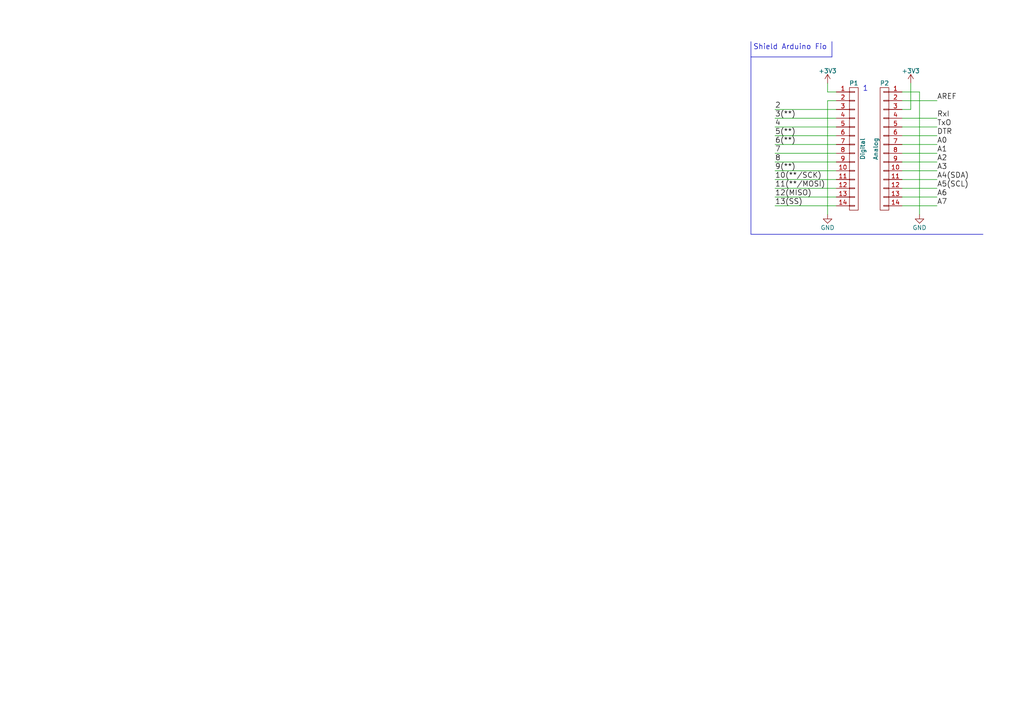
<source format=kicad_sch>
(kicad_sch (version 20230121) (generator eeschema)
  (paper "A4")
  (title_block (date "sam. 04 avril 2015"))
  (lib_symbols
    (symbol "Arduino_Fio-rescue:+3.3V" (power) (pin_names (offset 0))
      (property "Value" "+3.3V" (at 0 3.556 0))
      (symbol "+3.3V_0_1"
        (polyline (pts (xy -0.762 1.27) (xy 0 2.54)))
        (polyline (pts (xy 0 0) (xy 0 2.54)))
        (polyline (pts (xy 0 2.54) (xy 0.762 1.27)))
      )
      (symbol "+3.3V_1_1"
        (pin power_in line (at 0 0 90) (length 0) hide (name "+3V3") (number "1"))
      )
    )
    (symbol "Arduino_Fio-rescue:CONN_01X14" (pin_names (offset 1.016) hide)
      (property "Reference" "P" (at 0 19.05 0))
      (property "Value" "CONN_01X14" (at 2.54 0 90))
      (symbol "CONN_01X14_0_1"
        (rectangle (start -1.27 -16.383) (end 0.254 -16.637))
        (rectangle (start -1.27 -13.843) (end 0.254 -14.097))
        (rectangle (start -1.27 -11.303) (end 0.254 -11.557))
        (rectangle (start -1.27 -8.763) (end 0.254 -9.017))
        (rectangle (start -1.27 -6.223) (end 0.254 -6.477))
        (rectangle (start -1.27 -3.683) (end 0.254 -3.937))
        (rectangle (start -1.27 -1.143) (end 0.254 -1.397))
        (rectangle (start -1.27 1.397) (end 0.254 1.143))
        (rectangle (start -1.27 3.937) (end 0.254 3.683))
        (rectangle (start -1.27 6.477) (end 0.254 6.223))
        (rectangle (start -1.27 9.017) (end 0.254 8.763))
        (rectangle (start -1.27 11.557) (end 0.254 11.303))
        (rectangle (start -1.27 14.097) (end 0.254 13.843))
        (rectangle (start -1.27 16.637) (end 0.254 16.383))
        (rectangle (start -1.27 17.78) (end 1.27 -17.78))
      )
      (symbol "CONN_01X14_1_1"
        (pin passive line (at -5.08 16.51 0) (length 3.81) (name "P1") (number "1"))
        (pin passive line (at -5.08 -6.35 0) (length 3.81) (name "P10") (number "10"))
        (pin passive line (at -5.08 -8.89 0) (length 3.81) (name "P11") (number "11"))
        (pin passive line (at -5.08 -11.43 0) (length 3.81) (name "P12") (number "12"))
        (pin passive line (at -5.08 -13.97 0) (length 3.81) (name "P13") (number "13"))
        (pin passive line (at -5.08 -16.51 0) (length 3.81) (name "P14") (number "14"))
        (pin passive line (at -5.08 13.97 0) (length 3.81) (name "P2") (number "2"))
        (pin passive line (at -5.08 11.43 0) (length 3.81) (name "P3") (number "3"))
        (pin passive line (at -5.08 8.89 0) (length 3.81) (name "P4") (number "4"))
        (pin passive line (at -5.08 6.35 0) (length 3.81) (name "P5") (number "5"))
        (pin passive line (at -5.08 3.81 0) (length 3.81) (name "P6") (number "6"))
        (pin passive line (at -5.08 1.27 0) (length 3.81) (name "P7") (number "7"))
        (pin passive line (at -5.08 -1.27 0) (length 3.81) (name "P8") (number "8"))
        (pin passive line (at -5.08 -3.81 0) (length 3.81) (name "P9") (number "9"))
      )
    )
    (symbol "Arduino_Fio-rescue:GND" (power) (pin_names (offset 0))
      (property "Value" "GND" (at 0 -3.81 0))
      (symbol "GND_0_1"
        (polyline (pts (xy 0 0) (xy 0 -1.27) (xy 1.27 -1.27) (xy 0 -2.54) (xy -1.27 -1.27) (xy 0 -1.27)))
      )
      (symbol "GND_1_1"
        (pin power_in line (at 0 0 270) (length 0) hide (name "GND") (number "1"))
      )
    )
  )
  (wire (pts (xy 271.78 34.29) (xy 261.62 34.29)))
  (wire (pts (xy 271.78 49.53) (xy 261.62 49.53)))
  (wire (pts (xy 242.57 26.67) (xy 240.03 26.67)))
  (wire (pts (xy 240.03 26.67) (xy 240.03 24.13)))
  (wire (pts (xy 240.03 29.21) (xy 240.03 62.23)))
  (polyline (pts (xy 217.805 16.51) (xy 241.3 16.51)))
  (wire (pts (xy 261.62 26.67) (xy 266.7 26.67)))
  (wire (pts (xy 224.79 36.83) (xy 242.57 36.83)))
  (wire (pts (xy 271.78 59.69) (xy 261.62 59.69)))
  (wire (pts (xy 271.78 52.07) (xy 261.62 52.07)))
  (wire (pts (xy 266.7 26.67) (xy 266.7 62.23)))
  (wire (pts (xy 264.16 31.75) (xy 264.16 24.13)))
  (wire (pts (xy 224.79 46.99) (xy 242.57 46.99)))
  (wire (pts (xy 224.79 52.07) (xy 242.57 52.07)))
  (wire (pts (xy 224.79 31.75) (xy 242.57 31.75)))
  (wire (pts (xy 224.79 34.29) (xy 242.57 34.29)))
  (polyline (pts (xy 241.3 16.51) (xy 241.3 12.065)))
  (wire (pts (xy 224.79 57.15) (xy 242.57 57.15)))
  (polyline (pts (xy 217.805 67.945) (xy 285.115 67.945)))
  (wire (pts (xy 271.78 36.83) (xy 261.62 36.83)))
  (wire (pts (xy 242.57 59.69) (xy 224.79 59.69)))
  (wire (pts (xy 261.62 44.45) (xy 271.78 44.45)))
  (wire (pts (xy 261.62 54.61) (xy 271.78 54.61)))
  (wire (pts (xy 242.57 39.37) (xy 224.79 39.37)))
  (wire (pts (xy 242.57 49.53) (xy 224.79 49.53)))
  (wire (pts (xy 224.79 54.61) (xy 242.57 54.61)))
  (wire (pts (xy 224.79 41.91) (xy 242.57 41.91)))
  (wire (pts (xy 224.79 44.45) (xy 242.57 44.45)))
  (wire (pts (xy 271.78 39.37) (xy 261.62 39.37)))
  (wire (pts (xy 271.78 57.15) (xy 261.62 57.15)))
  (wire (pts (xy 271.78 41.91) (xy 261.62 41.91)))
  (wire (pts (xy 261.62 29.21) (xy 271.78 29.21)))
  (wire (pts (xy 242.57 29.21) (xy 240.03 29.21)))
  (wire (pts (xy 261.62 31.75) (xy 264.16 31.75)))
  (polyline (pts (xy 217.805 12.065) (xy 217.805 67.945)))
  (wire (pts (xy 271.78 46.99) (xy 261.62 46.99)))
  (text "1" (at 250.19 26.67 0) (effects (font (size 1.524 1.524)) (justify left bottom)))
  (text "Shield Arduino Fio " (at 218.44 14.605 0) (effects (font (size 1.524 1.524)) (justify left bottom)))
  (label "13(SS)" (at 224.79 59.69 0) (effects (font (size 1.524 1.524))))
  (label "6(**)" (at 224.79 41.91 0) (effects (font (size 1.524 1.524))))
  (label "10(**/SCK)" (at 224.79 52.07 0) (effects (font (size 1.524 1.524))))
  (label "A5(SCL)" (at 271.78 54.61 0) (effects (font (size 1.524 1.524))))
  (label "3(**)" (at 224.79 34.29 0) (effects (font (size 1.524 1.524))))
  (label "DTR" (at 271.78 39.37 0) (effects (font (size 1.524 1.524))))
  (label "5(**)" (at 224.79 39.37 0) (effects (font (size 1.524 1.524))))
  (label "A2" (at 271.78 46.99 0) (effects (font (size 1.524 1.524))))
  (label "2" (at 224.79 31.75 0) (effects (font (size 1.524 1.524))))
  (label "AREF" (at 271.78 29.21 0) (effects (font (size 1.524 1.524))))
  (label "12(MISO)" (at 224.79 57.15 0) (effects (font (size 1.524 1.524))))
  (label "7" (at 224.79 44.45 0) (effects (font (size 1.524 1.524))))
  (label "A4(SDA)" (at 271.78 52.07 0) (effects (font (size 1.524 1.524))))
  (label "A3" (at 271.78 49.53 0) (effects (font (size 1.524 1.524))))
  (label "RxI" (at 271.78 34.29 0) (effects (font (size 1.524 1.524))))
  (label "TxO" (at 271.78 36.83 0) (effects (font (size 1.524 1.524))))
  (label "A6" (at 271.78 57.15 0) (effects (font (size 1.524 1.524))))
  (label "8" (at 224.79 46.99 0) (effects (font (size 1.524 1.524))))
  (label "A0" (at 271.78 41.91 0) (effects (font (size 1.524 1.524))))
  (label "11(**/MOSI)" (at 224.79 54.61 0) (effects (font (size 1.524 1.524))))
  (label "9(**)" (at 224.79 49.53 0) (effects (font (size 1.524 1.524))))
  (label "A7" (at 271.78 59.69 0) (effects (font (size 1.524 1.524))))
  (label "4" (at 224.79 36.83 0) (effects (font (size 1.524 1.524))))
  (label "A1" (at 271.78 44.45 0) (effects (font (size 1.524 1.524))))
  (symbol (lib_id "Arduino_Fio-rescue:CONN_01X14") (at 247.65 43.18 0) (unit 1)
    (property "Reference" "P1" (at 247.65 24.13 0))
    (property "Value" "Digital" (at 250.19 43.18 90))
    (property "Footprint" "Socket_Arduino_Fio:Socket_Strip_Straight_1x14" (effects hide))
  )
  (symbol (lib_id "Arduino_Fio-rescue:CONN_01X14") (at 256.54 43.18 0) (mirror y) (unit 1)
    (property "Reference" "P2" (at 256.54 24.13 0))
    (property "Value" "Analog" (at 254 43.18 90))
    (property "Footprint" "Socket_Arduino_Fio:Socket_Strip_Straight_1x14" (effects hide))
  )
  (symbol (lib_id "Arduino_Fio-rescue:+3.3V") (at 240.03 24.13 0) (unit 1)
    (property "Reference" "#PWR01" (effects hide))
    (property "Value" "+3.3V" (at 240.03 20.574 0))
  )
  (symbol (lib_id "Arduino_Fio-rescue:GND") (at 240.03 62.23 0) (unit 1)
    (property "Reference" "#PWR02" (effects hide))
    (property "Value" "GND" (at 240.03 66.04 0))
  )
  (symbol (lib_id "Arduino_Fio-rescue:+3.3V") (at 264.16 24.13 0) (unit 1)
    (property "Reference" "#PWR03" (effects hide))
    (property "Value" "+3.3V" (at 264.16 20.574 0))
  )
  (symbol (lib_id "Arduino_Fio-rescue:GND") (at 266.7 62.23 0) (unit 1)
    (property "Reference" "#PWR04" (effects hide))
    (property "Value" "GND" (at 266.7 66.04 0))
  )
)
</source>
